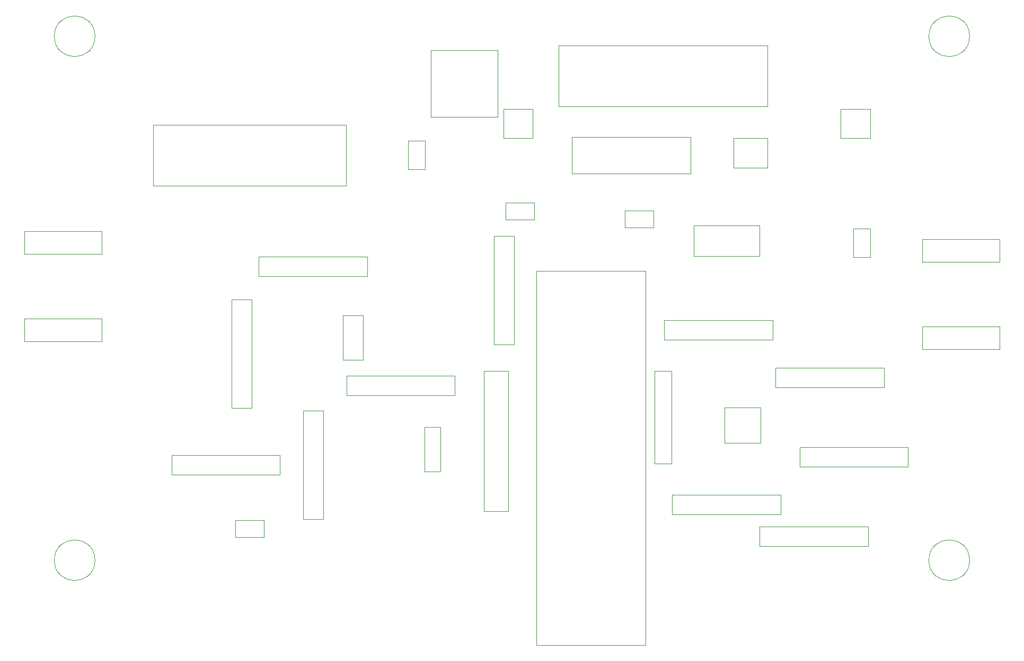
<source format=gbr>
G04 #@! TF.FileFunction,Other,User*
%FSLAX46Y46*%
G04 Gerber Fmt 4.6, Leading zero omitted, Abs format (unit mm)*
G04 Created by KiCad (PCBNEW 4.0.7) date 09/14/18 10:33:28*
%MOMM*%
%LPD*%
G01*
G04 APERTURE LIST*
%ADD10C,0.100000*%
%ADD11C,0.050000*%
G04 APERTURE END LIST*
D10*
D11*
X134890000Y-45410000D02*
X124190000Y-45410000D01*
X124190000Y-45410000D02*
X124190000Y-56110000D01*
X124190000Y-56110000D02*
X134890000Y-56110000D01*
X134890000Y-56110000D02*
X134890000Y-45410000D01*
X123270000Y-59910000D02*
X120570000Y-59910000D01*
X120570000Y-59910000D02*
X120570000Y-64510000D01*
X120570000Y-64510000D02*
X123270000Y-64510000D01*
X123270000Y-64510000D02*
X123270000Y-59910000D01*
X135810000Y-54800000D02*
X135810000Y-59500000D01*
X135810000Y-59500000D02*
X140510000Y-59500000D01*
X140510000Y-59500000D02*
X140510000Y-54800000D01*
X140510000Y-54800000D02*
X135810000Y-54800000D01*
X136110000Y-69770000D02*
X136110000Y-72470000D01*
X136110000Y-72470000D02*
X140710000Y-72470000D01*
X140710000Y-72470000D02*
X140710000Y-69770000D01*
X140710000Y-69770000D02*
X136110000Y-69770000D01*
X92930000Y-120570000D02*
X92930000Y-123270000D01*
X92930000Y-123270000D02*
X97530000Y-123270000D01*
X97530000Y-123270000D02*
X97530000Y-120570000D01*
X97530000Y-120570000D02*
X92930000Y-120570000D01*
X113360000Y-87850000D02*
X110160000Y-87850000D01*
X110160000Y-87850000D02*
X110160000Y-94950000D01*
X110160000Y-94950000D02*
X113360000Y-94950000D01*
X113360000Y-94950000D02*
X113360000Y-87850000D01*
X123160000Y-112810000D02*
X125760000Y-112810000D01*
X125760000Y-112810000D02*
X125760000Y-105710000D01*
X125760000Y-105710000D02*
X123160000Y-105710000D01*
X123160000Y-105710000D02*
X123160000Y-112810000D01*
X176840000Y-102540000D02*
X171140000Y-102540000D01*
X171140000Y-102540000D02*
X171140000Y-108240000D01*
X171140000Y-108240000D02*
X176840000Y-108240000D01*
X176840000Y-108240000D02*
X176840000Y-102540000D01*
X191690000Y-78520000D02*
X194390000Y-78520000D01*
X194390000Y-78520000D02*
X194390000Y-73920000D01*
X194390000Y-73920000D02*
X191690000Y-73920000D01*
X191690000Y-73920000D02*
X191690000Y-78520000D01*
X194390000Y-59500000D02*
X194390000Y-54800000D01*
X194390000Y-54800000D02*
X189690000Y-54800000D01*
X189690000Y-54800000D02*
X189690000Y-59500000D01*
X189690000Y-59500000D02*
X194390000Y-59500000D01*
X159800000Y-73740000D02*
X159800000Y-71040000D01*
X159800000Y-71040000D02*
X155200000Y-71040000D01*
X155200000Y-71040000D02*
X155200000Y-73740000D01*
X155200000Y-73740000D02*
X159800000Y-73740000D01*
X71650000Y-74400000D02*
X71650000Y-78000000D01*
X71650000Y-78000000D02*
X59300000Y-78000000D01*
X59300000Y-78000000D02*
X59300000Y-74400000D01*
X59300000Y-74400000D02*
X71650000Y-74400000D01*
X71650000Y-88370000D02*
X71650000Y-91970000D01*
X71650000Y-91970000D02*
X59300000Y-91970000D01*
X59300000Y-91970000D02*
X59300000Y-88370000D01*
X59300000Y-88370000D02*
X71650000Y-88370000D01*
X144600000Y-44680000D02*
X144600000Y-54380000D01*
X144600000Y-54380000D02*
X178000000Y-54380000D01*
X178000000Y-54380000D02*
X178000000Y-44680000D01*
X178000000Y-44680000D02*
X144600000Y-44680000D01*
X202670000Y-79270000D02*
X202670000Y-75670000D01*
X202670000Y-75670000D02*
X215020000Y-75670000D01*
X215020000Y-75670000D02*
X215020000Y-79270000D01*
X215020000Y-79270000D02*
X202670000Y-79270000D01*
X202670000Y-93240000D02*
X202670000Y-89640000D01*
X202670000Y-89640000D02*
X215020000Y-89640000D01*
X215020000Y-89640000D02*
X215020000Y-93240000D01*
X215020000Y-93240000D02*
X202670000Y-93240000D01*
X110670000Y-67080000D02*
X110670000Y-57380000D01*
X110670000Y-57380000D02*
X79820000Y-57380000D01*
X79820000Y-57380000D02*
X79820000Y-67080000D01*
X79820000Y-67080000D02*
X110670000Y-67080000D01*
X114080000Y-81610000D02*
X114080000Y-78410000D01*
X114080000Y-78410000D02*
X96730000Y-78410000D01*
X96730000Y-78410000D02*
X96730000Y-81610000D01*
X96730000Y-81610000D02*
X114080000Y-81610000D01*
X95580000Y-85310000D02*
X92380000Y-85310000D01*
X92380000Y-85310000D02*
X92380000Y-102660000D01*
X92380000Y-102660000D02*
X95580000Y-102660000D01*
X95580000Y-102660000D02*
X95580000Y-85310000D01*
X110710000Y-97460000D02*
X110710000Y-100660000D01*
X110710000Y-100660000D02*
X128060000Y-100660000D01*
X128060000Y-100660000D02*
X128060000Y-97460000D01*
X128060000Y-97460000D02*
X110710000Y-97460000D01*
X158480000Y-80730000D02*
X141080000Y-80730000D01*
X141080000Y-80730000D02*
X141080000Y-140580000D01*
X141080000Y-140580000D02*
X158480000Y-140580000D01*
X158480000Y-140580000D02*
X158480000Y-80730000D01*
X137490000Y-75150000D02*
X134290000Y-75150000D01*
X134290000Y-75150000D02*
X134290000Y-92500000D01*
X134290000Y-92500000D02*
X137490000Y-92500000D01*
X137490000Y-92500000D02*
X137490000Y-75150000D01*
X82770000Y-110160000D02*
X82770000Y-113360000D01*
X82770000Y-113360000D02*
X100120000Y-113360000D01*
X100120000Y-113360000D02*
X100120000Y-110160000D01*
X100120000Y-110160000D02*
X82770000Y-110160000D01*
X107010000Y-103090000D02*
X103810000Y-103090000D01*
X103810000Y-103090000D02*
X103810000Y-120440000D01*
X103810000Y-120440000D02*
X107010000Y-120440000D01*
X107010000Y-120440000D02*
X107010000Y-103090000D01*
X136570000Y-96740000D02*
X132670000Y-96740000D01*
X132670000Y-96740000D02*
X132670000Y-119190000D01*
X132670000Y-119190000D02*
X136570000Y-119190000D01*
X136570000Y-119190000D02*
X136570000Y-96740000D01*
X180120000Y-119710000D02*
X180120000Y-116510000D01*
X180120000Y-116510000D02*
X162770000Y-116510000D01*
X162770000Y-116510000D02*
X162770000Y-119710000D01*
X162770000Y-119710000D02*
X180120000Y-119710000D01*
X194090000Y-124790000D02*
X194090000Y-121590000D01*
X194090000Y-121590000D02*
X176740000Y-121590000D01*
X176740000Y-121590000D02*
X176740000Y-124790000D01*
X176740000Y-124790000D02*
X194090000Y-124790000D01*
X178850000Y-91770000D02*
X178850000Y-88570000D01*
X178850000Y-88570000D02*
X161500000Y-88570000D01*
X161500000Y-88570000D02*
X161500000Y-91770000D01*
X161500000Y-91770000D02*
X178850000Y-91770000D01*
X183100000Y-108890000D02*
X183100000Y-112090000D01*
X183100000Y-112090000D02*
X200450000Y-112090000D01*
X200450000Y-112090000D02*
X200450000Y-108890000D01*
X200450000Y-108890000D02*
X183100000Y-108890000D01*
X196630000Y-99390000D02*
X196630000Y-96190000D01*
X196630000Y-96190000D02*
X179280000Y-96190000D01*
X179280000Y-96190000D02*
X179280000Y-99390000D01*
X179280000Y-99390000D02*
X196630000Y-99390000D01*
X159940000Y-111540000D02*
X162640000Y-111540000D01*
X162640000Y-111540000D02*
X162640000Y-96740000D01*
X162640000Y-96740000D02*
X159940000Y-96740000D01*
X159940000Y-96740000D02*
X159940000Y-111540000D01*
X146740000Y-59280000D02*
X146740000Y-65180000D01*
X146740000Y-65180000D02*
X165690000Y-65180000D01*
X165690000Y-65180000D02*
X165690000Y-59280000D01*
X165690000Y-59280000D02*
X146740000Y-59280000D01*
X172530000Y-59500000D02*
X177990000Y-59500000D01*
X172530000Y-59500000D02*
X172530000Y-64240000D01*
X177990000Y-64240000D02*
X177990000Y-59500000D01*
X177990000Y-64240000D02*
X172530000Y-64240000D01*
X166200000Y-73450000D02*
X166200000Y-78360000D01*
X166200000Y-78360000D02*
X176700000Y-78360000D01*
X176700000Y-78360000D02*
X176700000Y-73450000D01*
X176700000Y-73450000D02*
X166200000Y-73450000D01*
X70560000Y-43180000D02*
G75*
G03X70560000Y-43180000I-3250000J0D01*
G01*
X70560000Y-127000000D02*
G75*
G03X70560000Y-127000000I-3250000J0D01*
G01*
X210260000Y-127000000D02*
G75*
G03X210260000Y-127000000I-3250000J0D01*
G01*
X210260000Y-43180000D02*
G75*
G03X210260000Y-43180000I-3250000J0D01*
G01*
M02*

</source>
